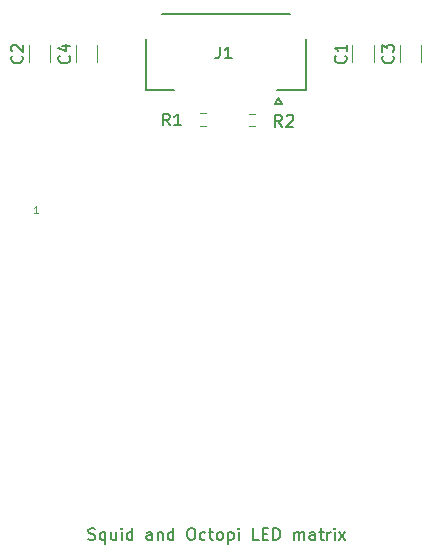
<source format=gbr>
G04 #@! TF.GenerationSoftware,KiCad,Pcbnew,(5.1.9-0-10_14)*
G04 #@! TF.CreationDate,2021-04-12T02:32:52-07:00*
G04 #@! TF.ProjectId,LED_array,4c45445f-6172-4726-9179-2e6b69636164,rev?*
G04 #@! TF.SameCoordinates,Original*
G04 #@! TF.FileFunction,Legend,Top*
G04 #@! TF.FilePolarity,Positive*
%FSLAX46Y46*%
G04 Gerber Fmt 4.6, Leading zero omitted, Abs format (unit mm)*
G04 Created by KiCad (PCBNEW (5.1.9-0-10_14)) date 2021-04-12 02:32:52*
%MOMM*%
%LPD*%
G01*
G04 APERTURE LIST*
%ADD10C,0.150000*%
%ADD11C,0.127000*%
%ADD12C,0.120000*%
%ADD13C,0.200000*%
%ADD14C,0.100000*%
G04 APERTURE END LIST*
D10*
X48742857Y-68104761D02*
X48885714Y-68152380D01*
X49123809Y-68152380D01*
X49219047Y-68104761D01*
X49266666Y-68057142D01*
X49314285Y-67961904D01*
X49314285Y-67866666D01*
X49266666Y-67771428D01*
X49219047Y-67723809D01*
X49123809Y-67676190D01*
X48933333Y-67628571D01*
X48838095Y-67580952D01*
X48790476Y-67533333D01*
X48742857Y-67438095D01*
X48742857Y-67342857D01*
X48790476Y-67247619D01*
X48838095Y-67200000D01*
X48933333Y-67152380D01*
X49171428Y-67152380D01*
X49314285Y-67200000D01*
X50171428Y-67485714D02*
X50171428Y-68485714D01*
X50171428Y-68104761D02*
X50076190Y-68152380D01*
X49885714Y-68152380D01*
X49790476Y-68104761D01*
X49742857Y-68057142D01*
X49695238Y-67961904D01*
X49695238Y-67676190D01*
X49742857Y-67580952D01*
X49790476Y-67533333D01*
X49885714Y-67485714D01*
X50076190Y-67485714D01*
X50171428Y-67533333D01*
X51076190Y-67485714D02*
X51076190Y-68152380D01*
X50647619Y-67485714D02*
X50647619Y-68009523D01*
X50695238Y-68104761D01*
X50790476Y-68152380D01*
X50933333Y-68152380D01*
X51028571Y-68104761D01*
X51076190Y-68057142D01*
X51552380Y-68152380D02*
X51552380Y-67485714D01*
X51552380Y-67152380D02*
X51504761Y-67200000D01*
X51552380Y-67247619D01*
X51600000Y-67200000D01*
X51552380Y-67152380D01*
X51552380Y-67247619D01*
X52457142Y-68152380D02*
X52457142Y-67152380D01*
X52457142Y-68104761D02*
X52361904Y-68152380D01*
X52171428Y-68152380D01*
X52076190Y-68104761D01*
X52028571Y-68057142D01*
X51980952Y-67961904D01*
X51980952Y-67676190D01*
X52028571Y-67580952D01*
X52076190Y-67533333D01*
X52171428Y-67485714D01*
X52361904Y-67485714D01*
X52457142Y-67533333D01*
X54123809Y-68152380D02*
X54123809Y-67628571D01*
X54076190Y-67533333D01*
X53980952Y-67485714D01*
X53790476Y-67485714D01*
X53695238Y-67533333D01*
X54123809Y-68104761D02*
X54028571Y-68152380D01*
X53790476Y-68152380D01*
X53695238Y-68104761D01*
X53647619Y-68009523D01*
X53647619Y-67914285D01*
X53695238Y-67819047D01*
X53790476Y-67771428D01*
X54028571Y-67771428D01*
X54123809Y-67723809D01*
X54600000Y-67485714D02*
X54600000Y-68152380D01*
X54600000Y-67580952D02*
X54647619Y-67533333D01*
X54742857Y-67485714D01*
X54885714Y-67485714D01*
X54980952Y-67533333D01*
X55028571Y-67628571D01*
X55028571Y-68152380D01*
X55933333Y-68152380D02*
X55933333Y-67152380D01*
X55933333Y-68104761D02*
X55838095Y-68152380D01*
X55647619Y-68152380D01*
X55552380Y-68104761D01*
X55504761Y-68057142D01*
X55457142Y-67961904D01*
X55457142Y-67676190D01*
X55504761Y-67580952D01*
X55552380Y-67533333D01*
X55647619Y-67485714D01*
X55838095Y-67485714D01*
X55933333Y-67533333D01*
X57361904Y-67152380D02*
X57552380Y-67152380D01*
X57647619Y-67200000D01*
X57742857Y-67295238D01*
X57790476Y-67485714D01*
X57790476Y-67819047D01*
X57742857Y-68009523D01*
X57647619Y-68104761D01*
X57552380Y-68152380D01*
X57361904Y-68152380D01*
X57266666Y-68104761D01*
X57171428Y-68009523D01*
X57123809Y-67819047D01*
X57123809Y-67485714D01*
X57171428Y-67295238D01*
X57266666Y-67200000D01*
X57361904Y-67152380D01*
X58647619Y-68104761D02*
X58552380Y-68152380D01*
X58361904Y-68152380D01*
X58266666Y-68104761D01*
X58219047Y-68057142D01*
X58171428Y-67961904D01*
X58171428Y-67676190D01*
X58219047Y-67580952D01*
X58266666Y-67533333D01*
X58361904Y-67485714D01*
X58552380Y-67485714D01*
X58647619Y-67533333D01*
X58933333Y-67485714D02*
X59314285Y-67485714D01*
X59076190Y-67152380D02*
X59076190Y-68009523D01*
X59123809Y-68104761D01*
X59219047Y-68152380D01*
X59314285Y-68152380D01*
X59790476Y-68152380D02*
X59695238Y-68104761D01*
X59647619Y-68057142D01*
X59600000Y-67961904D01*
X59600000Y-67676190D01*
X59647619Y-67580952D01*
X59695238Y-67533333D01*
X59790476Y-67485714D01*
X59933333Y-67485714D01*
X60028571Y-67533333D01*
X60076190Y-67580952D01*
X60123809Y-67676190D01*
X60123809Y-67961904D01*
X60076190Y-68057142D01*
X60028571Y-68104761D01*
X59933333Y-68152380D01*
X59790476Y-68152380D01*
X60552380Y-67485714D02*
X60552380Y-68485714D01*
X60552380Y-67533333D02*
X60647619Y-67485714D01*
X60838095Y-67485714D01*
X60933333Y-67533333D01*
X60980952Y-67580952D01*
X61028571Y-67676190D01*
X61028571Y-67961904D01*
X60980952Y-68057142D01*
X60933333Y-68104761D01*
X60838095Y-68152380D01*
X60647619Y-68152380D01*
X60552380Y-68104761D01*
X61457142Y-68152380D02*
X61457142Y-67485714D01*
X61457142Y-67152380D02*
X61409523Y-67200000D01*
X61457142Y-67247619D01*
X61504761Y-67200000D01*
X61457142Y-67152380D01*
X61457142Y-67247619D01*
X63171428Y-68152380D02*
X62695238Y-68152380D01*
X62695238Y-67152380D01*
X63504761Y-67628571D02*
X63838095Y-67628571D01*
X63980952Y-68152380D02*
X63504761Y-68152380D01*
X63504761Y-67152380D01*
X63980952Y-67152380D01*
X64409523Y-68152380D02*
X64409523Y-67152380D01*
X64647619Y-67152380D01*
X64790476Y-67200000D01*
X64885714Y-67295238D01*
X64933333Y-67390476D01*
X64980952Y-67580952D01*
X64980952Y-67723809D01*
X64933333Y-67914285D01*
X64885714Y-68009523D01*
X64790476Y-68104761D01*
X64647619Y-68152380D01*
X64409523Y-68152380D01*
X66171428Y-68152380D02*
X66171428Y-67485714D01*
X66171428Y-67580952D02*
X66219047Y-67533333D01*
X66314285Y-67485714D01*
X66457142Y-67485714D01*
X66552380Y-67533333D01*
X66600000Y-67628571D01*
X66600000Y-68152380D01*
X66600000Y-67628571D02*
X66647619Y-67533333D01*
X66742857Y-67485714D01*
X66885714Y-67485714D01*
X66980952Y-67533333D01*
X67028571Y-67628571D01*
X67028571Y-68152380D01*
X67933333Y-68152380D02*
X67933333Y-67628571D01*
X67885714Y-67533333D01*
X67790476Y-67485714D01*
X67600000Y-67485714D01*
X67504761Y-67533333D01*
X67933333Y-68104761D02*
X67838095Y-68152380D01*
X67600000Y-68152380D01*
X67504761Y-68104761D01*
X67457142Y-68009523D01*
X67457142Y-67914285D01*
X67504761Y-67819047D01*
X67600000Y-67771428D01*
X67838095Y-67771428D01*
X67933333Y-67723809D01*
X68266666Y-67485714D02*
X68647619Y-67485714D01*
X68409523Y-67152380D02*
X68409523Y-68009523D01*
X68457142Y-68104761D01*
X68552380Y-68152380D01*
X68647619Y-68152380D01*
X68980952Y-68152380D02*
X68980952Y-67485714D01*
X68980952Y-67676190D02*
X69028571Y-67580952D01*
X69076190Y-67533333D01*
X69171428Y-67485714D01*
X69266666Y-67485714D01*
X69600000Y-68152380D02*
X69600000Y-67485714D01*
X69600000Y-67152380D02*
X69552380Y-67200000D01*
X69600000Y-67247619D01*
X69647619Y-67200000D01*
X69600000Y-67152380D01*
X69600000Y-67247619D01*
X69980952Y-68152380D02*
X70504761Y-67485714D01*
X69980952Y-67485714D02*
X70504761Y-68152380D01*
D11*
X64810000Y-30740000D02*
X65110000Y-31240000D01*
X64510000Y-31240000D02*
X64810000Y-30740000D01*
X65110000Y-31240000D02*
X64510000Y-31240000D01*
X53585000Y-30090000D02*
X53585000Y-25770000D01*
X67135000Y-25770000D02*
X67135000Y-30090000D01*
X65770000Y-23650000D02*
X54950000Y-23650000D01*
X67135000Y-30090000D02*
X64730000Y-30090000D01*
X55990000Y-30090000D02*
X53585000Y-30090000D01*
D12*
X49510000Y-27711252D02*
X49510000Y-26288748D01*
X47690000Y-27711252D02*
X47690000Y-26288748D01*
X76910000Y-27711252D02*
X76910000Y-26288748D01*
X75090000Y-27711252D02*
X75090000Y-26288748D01*
X45510000Y-27711252D02*
X45510000Y-26288748D01*
X43690000Y-27711252D02*
X43690000Y-26288748D01*
X72910000Y-27711252D02*
X72910000Y-26288748D01*
X71090000Y-27711252D02*
X71090000Y-26288748D01*
X62342742Y-32067500D02*
X62817258Y-32067500D01*
X62342742Y-33112500D02*
X62817258Y-33112500D01*
X58182742Y-32047500D02*
X58657258Y-32047500D01*
X58182742Y-33092500D02*
X58657258Y-33092500D01*
D13*
X59876666Y-26392380D02*
X59876666Y-27106666D01*
X59829047Y-27249523D01*
X59733809Y-27344761D01*
X59590952Y-27392380D01*
X59495714Y-27392380D01*
X60876666Y-27392380D02*
X60305238Y-27392380D01*
X60590952Y-27392380D02*
X60590952Y-26392380D01*
X60495714Y-26535238D01*
X60400476Y-26630476D01*
X60305238Y-26678095D01*
D14*
X44474428Y-40460228D02*
X44131571Y-40460228D01*
X44303000Y-40460228D02*
X44303000Y-39860228D01*
X44245857Y-39945942D01*
X44188714Y-40003085D01*
X44131571Y-40031657D01*
D10*
X47107142Y-27166666D02*
X47154761Y-27214285D01*
X47202380Y-27357142D01*
X47202380Y-27452380D01*
X47154761Y-27595238D01*
X47059523Y-27690476D01*
X46964285Y-27738095D01*
X46773809Y-27785714D01*
X46630952Y-27785714D01*
X46440476Y-27738095D01*
X46345238Y-27690476D01*
X46250000Y-27595238D01*
X46202380Y-27452380D01*
X46202380Y-27357142D01*
X46250000Y-27214285D01*
X46297619Y-27166666D01*
X46535714Y-26309523D02*
X47202380Y-26309523D01*
X46154761Y-26547619D02*
X46869047Y-26785714D01*
X46869047Y-26166666D01*
X74507142Y-27166666D02*
X74554761Y-27214285D01*
X74602380Y-27357142D01*
X74602380Y-27452380D01*
X74554761Y-27595238D01*
X74459523Y-27690476D01*
X74364285Y-27738095D01*
X74173809Y-27785714D01*
X74030952Y-27785714D01*
X73840476Y-27738095D01*
X73745238Y-27690476D01*
X73650000Y-27595238D01*
X73602380Y-27452380D01*
X73602380Y-27357142D01*
X73650000Y-27214285D01*
X73697619Y-27166666D01*
X73602380Y-26833333D02*
X73602380Y-26214285D01*
X73983333Y-26547619D01*
X73983333Y-26404761D01*
X74030952Y-26309523D01*
X74078571Y-26261904D01*
X74173809Y-26214285D01*
X74411904Y-26214285D01*
X74507142Y-26261904D01*
X74554761Y-26309523D01*
X74602380Y-26404761D01*
X74602380Y-26690476D01*
X74554761Y-26785714D01*
X74507142Y-26833333D01*
X43107142Y-27166666D02*
X43154761Y-27214285D01*
X43202380Y-27357142D01*
X43202380Y-27452380D01*
X43154761Y-27595238D01*
X43059523Y-27690476D01*
X42964285Y-27738095D01*
X42773809Y-27785714D01*
X42630952Y-27785714D01*
X42440476Y-27738095D01*
X42345238Y-27690476D01*
X42250000Y-27595238D01*
X42202380Y-27452380D01*
X42202380Y-27357142D01*
X42250000Y-27214285D01*
X42297619Y-27166666D01*
X42297619Y-26785714D02*
X42250000Y-26738095D01*
X42202380Y-26642857D01*
X42202380Y-26404761D01*
X42250000Y-26309523D01*
X42297619Y-26261904D01*
X42392857Y-26214285D01*
X42488095Y-26214285D01*
X42630952Y-26261904D01*
X43202380Y-26833333D01*
X43202380Y-26214285D01*
X70507142Y-27166666D02*
X70554761Y-27214285D01*
X70602380Y-27357142D01*
X70602380Y-27452380D01*
X70554761Y-27595238D01*
X70459523Y-27690476D01*
X70364285Y-27738095D01*
X70173809Y-27785714D01*
X70030952Y-27785714D01*
X69840476Y-27738095D01*
X69745238Y-27690476D01*
X69650000Y-27595238D01*
X69602380Y-27452380D01*
X69602380Y-27357142D01*
X69650000Y-27214285D01*
X69697619Y-27166666D01*
X70602380Y-26214285D02*
X70602380Y-26785714D01*
X70602380Y-26500000D02*
X69602380Y-26500000D01*
X69745238Y-26595238D01*
X69840476Y-26690476D01*
X69888095Y-26785714D01*
X65133333Y-33152380D02*
X64800000Y-32676190D01*
X64561904Y-33152380D02*
X64561904Y-32152380D01*
X64942857Y-32152380D01*
X65038095Y-32200000D01*
X65085714Y-32247619D01*
X65133333Y-32342857D01*
X65133333Y-32485714D01*
X65085714Y-32580952D01*
X65038095Y-32628571D01*
X64942857Y-32676190D01*
X64561904Y-32676190D01*
X65514285Y-32247619D02*
X65561904Y-32200000D01*
X65657142Y-32152380D01*
X65895238Y-32152380D01*
X65990476Y-32200000D01*
X66038095Y-32247619D01*
X66085714Y-32342857D01*
X66085714Y-32438095D01*
X66038095Y-32580952D01*
X65466666Y-33152380D01*
X66085714Y-33152380D01*
X55633333Y-33052380D02*
X55300000Y-32576190D01*
X55061904Y-33052380D02*
X55061904Y-32052380D01*
X55442857Y-32052380D01*
X55538095Y-32100000D01*
X55585714Y-32147619D01*
X55633333Y-32242857D01*
X55633333Y-32385714D01*
X55585714Y-32480952D01*
X55538095Y-32528571D01*
X55442857Y-32576190D01*
X55061904Y-32576190D01*
X56585714Y-33052380D02*
X56014285Y-33052380D01*
X56300000Y-33052380D02*
X56300000Y-32052380D01*
X56204761Y-32195238D01*
X56109523Y-32290476D01*
X56014285Y-32338095D01*
M02*

</source>
